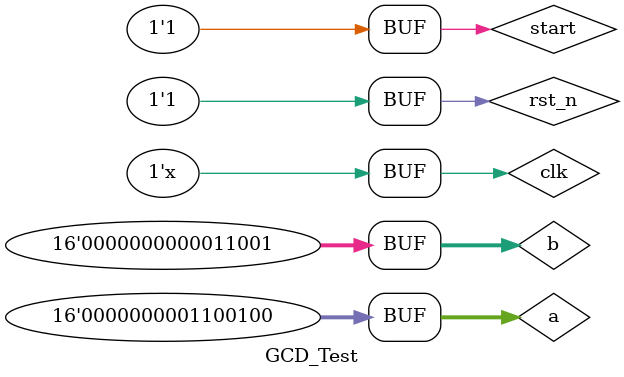
<source format=v>
`timescale 1ns/1ps

module GCD_Test;

reg clk, rst_n, start;
reg [15:0] a, b;
wire done;
wire [15:0] gcd;

Greatest_Common_Divisor g1(clk, rst_n, start, a, b, done, gcd);

always #5 clk = ~clk;

initial begin
    clk = 1'b0;
    rst_n = 1'b0;
    a = 16'd20;
    b = 16'd15;

    #10
    rst_n = 1'b1;

    #10
    start = 1'b1;

    #100;
    start = 1'b0;
    #10
    a = 16'd100;
    b = 16'd25;
    start = 1'b1;
    #200;
end
endmodule
</source>
